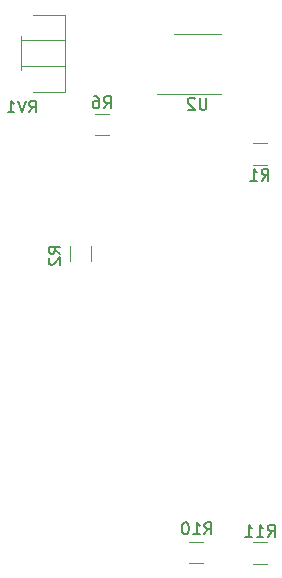
<source format=gbr>
G04 #@! TF.GenerationSoftware,KiCad,Pcbnew,5.1.8-db9833491~88~ubuntu18.04.1*
G04 #@! TF.CreationDate,2020-12-10T12:49:00+05:30*
G04 #@! TF.ProjectId,Permitme_main _sub_V1,5065726d-6974-46d6-955f-6d61696e205f,rev?*
G04 #@! TF.SameCoordinates,Original*
G04 #@! TF.FileFunction,Legend,Bot*
G04 #@! TF.FilePolarity,Positive*
%FSLAX46Y46*%
G04 Gerber Fmt 4.6, Leading zero omitted, Abs format (unit mm)*
G04 Created by KiCad (PCBNEW 5.1.8-db9833491~88~ubuntu18.04.1) date 2020-12-10 12:49:00*
%MOMM*%
%LPD*%
G01*
G04 APERTURE LIST*
%ADD10C,0.120000*%
%ADD11C,0.150000*%
G04 APERTURE END LIST*
D10*
X168134000Y-92694000D02*
X168134000Y-90454000D01*
X164393000Y-92694000D02*
X164393000Y-90454000D01*
X164393000Y-90454000D02*
X168134000Y-90454000D01*
X164393000Y-92694000D02*
X168134000Y-92694000D01*
X164393000Y-93008000D02*
X164393000Y-90139000D01*
X168134000Y-94844000D02*
X168134000Y-88304000D01*
X165439000Y-88304000D02*
X168134000Y-88304000D01*
X165439000Y-94844000D02*
X168134000Y-94844000D01*
X171882064Y-98510000D02*
X170677936Y-98510000D01*
X171882064Y-96690000D02*
X170677936Y-96690000D01*
X185296064Y-132962000D02*
X184091936Y-132962000D01*
X185296064Y-134782000D02*
X184091936Y-134782000D01*
X179375000Y-95065000D02*
X175925000Y-95065000D01*
X179375000Y-95065000D02*
X181325000Y-95065000D01*
X179375000Y-89945000D02*
X177425000Y-89945000D01*
X179375000Y-89945000D02*
X181325000Y-89945000D01*
X178671936Y-134762000D02*
X179876064Y-134762000D01*
X178671936Y-132942000D02*
X179876064Y-132942000D01*
X168570000Y-107927936D02*
X168570000Y-109132064D01*
X170390000Y-107927936D02*
X170390000Y-109132064D01*
X184037936Y-99180000D02*
X185242064Y-99180000D01*
X184037936Y-101000000D02*
X185242064Y-101000000D01*
D11*
X165109238Y-96586380D02*
X165442571Y-96110190D01*
X165680666Y-96586380D02*
X165680666Y-95586380D01*
X165299714Y-95586380D01*
X165204476Y-95634000D01*
X165156857Y-95681619D01*
X165109238Y-95776857D01*
X165109238Y-95919714D01*
X165156857Y-96014952D01*
X165204476Y-96062571D01*
X165299714Y-96110190D01*
X165680666Y-96110190D01*
X164823523Y-95586380D02*
X164490190Y-96586380D01*
X164156857Y-95586380D01*
X163299714Y-96586380D02*
X163871142Y-96586380D01*
X163585428Y-96586380D02*
X163585428Y-95586380D01*
X163680666Y-95729238D01*
X163775904Y-95824476D01*
X163871142Y-95872095D01*
X171446666Y-96232380D02*
X171780000Y-95756190D01*
X172018095Y-96232380D02*
X172018095Y-95232380D01*
X171637142Y-95232380D01*
X171541904Y-95280000D01*
X171494285Y-95327619D01*
X171446666Y-95422857D01*
X171446666Y-95565714D01*
X171494285Y-95660952D01*
X171541904Y-95708571D01*
X171637142Y-95756190D01*
X172018095Y-95756190D01*
X170589523Y-95232380D02*
X170780000Y-95232380D01*
X170875238Y-95280000D01*
X170922857Y-95327619D01*
X171018095Y-95470476D01*
X171065714Y-95660952D01*
X171065714Y-96041904D01*
X171018095Y-96137142D01*
X170970476Y-96184761D01*
X170875238Y-96232380D01*
X170684761Y-96232380D01*
X170589523Y-96184761D01*
X170541904Y-96137142D01*
X170494285Y-96041904D01*
X170494285Y-95803809D01*
X170541904Y-95708571D01*
X170589523Y-95660952D01*
X170684761Y-95613333D01*
X170875238Y-95613333D01*
X170970476Y-95660952D01*
X171018095Y-95708571D01*
X171065714Y-95803809D01*
X185336857Y-132504380D02*
X185670190Y-132028190D01*
X185908285Y-132504380D02*
X185908285Y-131504380D01*
X185527333Y-131504380D01*
X185432095Y-131552000D01*
X185384476Y-131599619D01*
X185336857Y-131694857D01*
X185336857Y-131837714D01*
X185384476Y-131932952D01*
X185432095Y-131980571D01*
X185527333Y-132028190D01*
X185908285Y-132028190D01*
X184384476Y-132504380D02*
X184955904Y-132504380D01*
X184670190Y-132504380D02*
X184670190Y-131504380D01*
X184765428Y-131647238D01*
X184860666Y-131742476D01*
X184955904Y-131790095D01*
X183432095Y-132504380D02*
X184003523Y-132504380D01*
X183717809Y-132504380D02*
X183717809Y-131504380D01*
X183813047Y-131647238D01*
X183908285Y-131742476D01*
X184003523Y-131790095D01*
X180136904Y-95357380D02*
X180136904Y-96166904D01*
X180089285Y-96262142D01*
X180041666Y-96309761D01*
X179946428Y-96357380D01*
X179755952Y-96357380D01*
X179660714Y-96309761D01*
X179613095Y-96262142D01*
X179565476Y-96166904D01*
X179565476Y-95357380D01*
X179136904Y-95452619D02*
X179089285Y-95405000D01*
X178994047Y-95357380D01*
X178755952Y-95357380D01*
X178660714Y-95405000D01*
X178613095Y-95452619D01*
X178565476Y-95547857D01*
X178565476Y-95643095D01*
X178613095Y-95785952D01*
X179184523Y-96357380D01*
X178565476Y-96357380D01*
X179962857Y-132302380D02*
X180296190Y-131826190D01*
X180534285Y-132302380D02*
X180534285Y-131302380D01*
X180153333Y-131302380D01*
X180058095Y-131350000D01*
X180010476Y-131397619D01*
X179962857Y-131492857D01*
X179962857Y-131635714D01*
X180010476Y-131730952D01*
X180058095Y-131778571D01*
X180153333Y-131826190D01*
X180534285Y-131826190D01*
X179010476Y-132302380D02*
X179581904Y-132302380D01*
X179296190Y-132302380D02*
X179296190Y-131302380D01*
X179391428Y-131445238D01*
X179486666Y-131540476D01*
X179581904Y-131588095D01*
X178391428Y-131302380D02*
X178296190Y-131302380D01*
X178200952Y-131350000D01*
X178153333Y-131397619D01*
X178105714Y-131492857D01*
X178058095Y-131683333D01*
X178058095Y-131921428D01*
X178105714Y-132111904D01*
X178153333Y-132207142D01*
X178200952Y-132254761D01*
X178296190Y-132302380D01*
X178391428Y-132302380D01*
X178486666Y-132254761D01*
X178534285Y-132207142D01*
X178581904Y-132111904D01*
X178629523Y-131921428D01*
X178629523Y-131683333D01*
X178581904Y-131492857D01*
X178534285Y-131397619D01*
X178486666Y-131350000D01*
X178391428Y-131302380D01*
X167772380Y-108533333D02*
X167296190Y-108200000D01*
X167772380Y-107961904D02*
X166772380Y-107961904D01*
X166772380Y-108342857D01*
X166820000Y-108438095D01*
X166867619Y-108485714D01*
X166962857Y-108533333D01*
X167105714Y-108533333D01*
X167200952Y-108485714D01*
X167248571Y-108438095D01*
X167296190Y-108342857D01*
X167296190Y-107961904D01*
X166867619Y-108914285D02*
X166820000Y-108961904D01*
X166772380Y-109057142D01*
X166772380Y-109295238D01*
X166820000Y-109390476D01*
X166867619Y-109438095D01*
X166962857Y-109485714D01*
X167058095Y-109485714D01*
X167200952Y-109438095D01*
X167772380Y-108866666D01*
X167772380Y-109485714D01*
X184806666Y-102362380D02*
X185140000Y-101886190D01*
X185378095Y-102362380D02*
X185378095Y-101362380D01*
X184997142Y-101362380D01*
X184901904Y-101410000D01*
X184854285Y-101457619D01*
X184806666Y-101552857D01*
X184806666Y-101695714D01*
X184854285Y-101790952D01*
X184901904Y-101838571D01*
X184997142Y-101886190D01*
X185378095Y-101886190D01*
X183854285Y-102362380D02*
X184425714Y-102362380D01*
X184140000Y-102362380D02*
X184140000Y-101362380D01*
X184235238Y-101505238D01*
X184330476Y-101600476D01*
X184425714Y-101648095D01*
M02*

</source>
